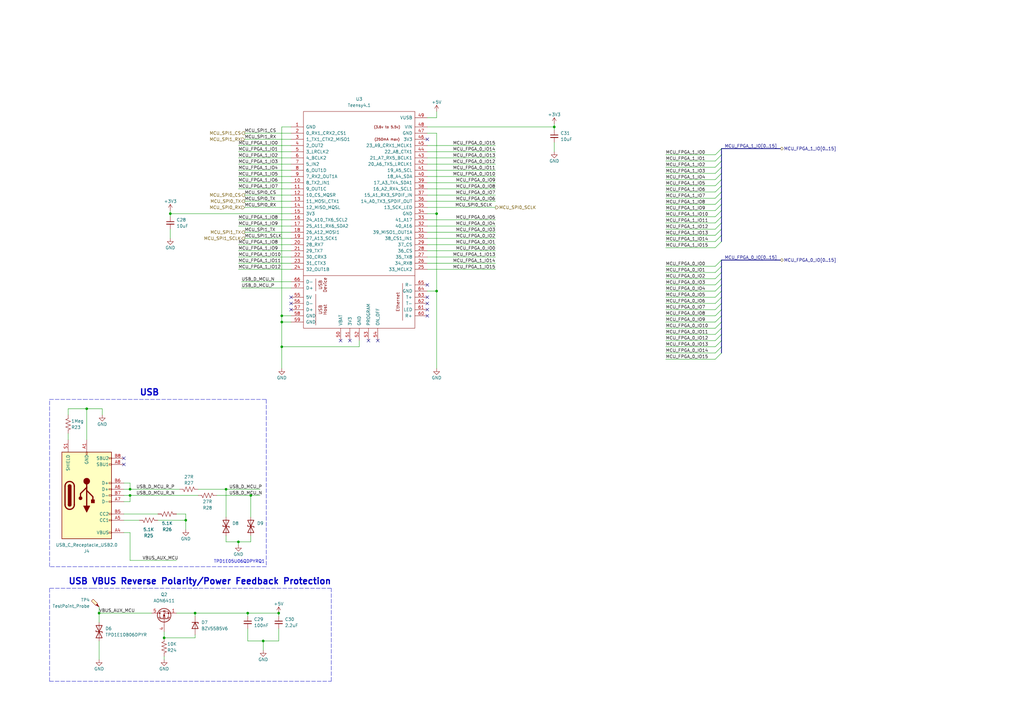
<source format=kicad_sch>
(kicad_sch (version 20211123) (generator eeschema)
  (paper "A3")
  (title_block (title "Teensy 4.1 MCU") (date "2023-03-07") (rev "A") (comment 1 "Designed by DragonEnjoyer :3"))
  (lib_symbols
    (symbol "Connector:TestPoint_Probe" (pin_numbers hide) (pin_names (offset 0.762) hide)
      (property "Reference" "TP" (at 1.651 5.842 0))
      (property "Value" "TestPoint_Probe" (at 1.651 4.064 0))
      (symbol "TestPoint_Probe_0_1"
        (polyline (pts (xy 1.27 0.762) (xy 0 0) (xy 0.762 1.27) (xy 1.27 0.762)) (fill (type outline)))
        (polyline (pts (xy 1.397 0.635) (xy 0.635 1.397) (xy 2.413 3.175) (xy 3.175 2.413) (xy 1.397 0.635)) (fill (type background)))
      )
      (symbol "TestPoint_Probe_1_1"
        (pin passive line (at 0 0 90) (length 0) (name "1") (number "1"))
      )
    )
    (symbol "Connector:USB_C_Receptacle_USB2.0" (pin_names (offset 1.016))
      (property "Reference" "J" (at -10.16 19.05 0))
      (property "Value" "USB_C_Receptacle_USB2.0" (at 19.05 19.05 0))
      (symbol "USB_C_Receptacle_USB2.0_0_0"
        (rectangle (start -0.254 -17.78) (end 0.254 -16.764))
        (rectangle (start 10.16 -14.986) (end 9.144 -15.494))
        (rectangle (start 10.16 -12.446) (end 9.144 -12.954))
        (rectangle (start 10.16 -4.826) (end 9.144 -5.334))
        (rectangle (start 10.16 -2.286) (end 9.144 -2.794))
        (rectangle (start 10.16 0.254) (end 9.144 -0.254))
        (rectangle (start 10.16 2.794) (end 9.144 2.286))
        (rectangle (start 10.16 7.874) (end 9.144 7.366))
        (rectangle (start 10.16 10.414) (end 9.144 9.906))
        (rectangle (start 10.16 15.494) (end 9.144 14.986))
      )
      (symbol "USB_C_Receptacle_USB2.0_0_1"
        (rectangle (start -10.16 17.78) (end 10.16 -17.78) (stroke (width 0.254)) (fill (type background)))
        (arc (start -8.89 -3.81) (mid -6.985 -5.715) (end -5.08 -3.81) (stroke (width 0.508)))
        (arc (start -7.62 -3.81) (mid -6.985 -4.445) (end -6.35 -3.81) (stroke (width 0.254)))
        (arc (start -7.62 -3.81) (mid -6.985 -4.445) (end -6.35 -3.81) (stroke (width 0.254)) (fill (type outline)))
        (rectangle (start -7.62 -3.81) (end -6.35 3.81) (stroke (width 0.254)) (fill (type outline)))
        (arc (start -6.35 3.81) (mid -6.985 4.445) (end -7.62 3.81) (stroke (width 0.254)))
        (arc (start -6.35 3.81) (mid -6.985 4.445) (end -7.62 3.81) (stroke (width 0.254)) (fill (type outline)))
        (arc (start -5.08 3.81) (mid -6.985 5.715) (end -8.89 3.81) (stroke (width 0.508)))
        (circle (center -2.54 1.143) (radius 0.635) (stroke (width 0.254)) (fill (type outline)))
        (circle (center 0 -5.842) (radius 1.27) (fill (type outline)))
        (polyline (pts (xy -8.89 -3.81) (xy -8.89 3.81)) (stroke (width 0.508)))
        (polyline (pts (xy -5.08 3.81) (xy -5.08 -3.81)) (stroke (width 0.508)))
        (polyline (pts (xy 0 -5.842) (xy 0 4.318)) (stroke (width 0.508)))
        (polyline (pts (xy 0 -3.302) (xy -2.54 -0.762) (xy -2.54 0.508)) (stroke (width 0.508)))
        (polyline (pts (xy 0 -2.032) (xy 2.54 0.508) (xy 2.54 1.778)) (stroke (width 0.508)))
        (polyline (pts (xy -1.27 4.318) (xy 0 6.858) (xy 1.27 4.318) (xy -1.27 4.318)) (stroke (width 0.254)) (fill (type outline)))
        (rectangle (start 1.905 1.778) (end 3.175 3.048) (stroke (width 0.254)) (fill (type outline)))
      )
      (symbol "USB_C_Receptacle_USB2.0_1_1"
        (pin passive line (at 0 -22.86 90) (length 5.08) (name "GND") (number "A1"))
        (pin passive line (at 0 -22.86 90) (length 5.08) hide (name "GND") (number "A12"))
        (pin passive line (at 15.24 15.24 180) (length 5.08) (name "VBUS") (number "A4"))
        (pin bidirectional line (at 15.24 10.16 180) (length 5.08) (name "CC1") (number "A5"))
        (pin bidirectional line (at 15.24 -2.54 180) (length 5.08) (name "D+") (number "A6"))
        (pin bidirectional line (at 15.24 2.54 180) (length 5.08) (name "D-") (number "A7"))
        (pin bidirectional line (at 15.24 -12.7 180) (length 5.08) (name "SBU1") (number "A8"))
        (pin passive line (at 15.24 15.24 180) (length 5.08) hide (name "VBUS") (number "A9"))
        (pin passive line (at 0 -22.86 90) (length 5.08) hide (name "GND") (number "B1"))
        (pin passive line (at 0 -22.86 90) (length 5.08) hide (name "GND") (number "B12"))
        (pin passive line (at 15.24 15.24 180) (length 5.08) hide (name "VBUS") (number "B4"))
        (pin bidirectional line (at 15.24 7.62 180) (length 5.08) (name "CC2") (number "B5"))
        (pin bidirectional line (at 15.24 -5.08 180) (length 5.08) (name "D+") (number "B6"))
        (pin bidirectional line (at 15.24 0 180) (length 5.08) (name "D-") (number "B7"))
        (pin bidirectional line (at 15.24 -15.24 180) (length 5.08) (name "SBU2") (number "B8"))
        (pin passive line (at 15.24 15.24 180) (length 5.08) hide (name "VBUS") (number "B9"))
        (pin passive line (at -7.62 -22.86 90) (length 5.08) (name "SHIELD") (number "S1"))
      )
    )
    (symbol "Device:C_Small" (pin_numbers hide) (pin_names (offset 0.254) hide)
      (property "Reference" "C" (at 0.254 1.778 0))
      (property "Value" "C_Small" (at 0.254 -2.032 0))
      (symbol "C_Small_0_1"
        (polyline (pts (xy -1.524 -0.508) (xy 1.524 -0.508)) (stroke (width 0.3302)))
        (polyline (pts (xy -1.524 0.508) (xy 1.524 0.508)) (stroke (width 0.3048)))
      )
      (symbol "C_Small_1_1"
        (pin passive line (at 0 2.54 270) (length 2.032) (name "~") (number "1"))
        (pin passive line (at 0 -2.54 90) (length 2.032) (name "~") (number "2"))
      )
    )
    (symbol "Device:D_TVS" (pin_numbers hide) (pin_names (offset 1.016) hide)
      (property "Reference" "D" (at 0 2.54 0))
      (property "Value" "D_TVS" (at 0 -2.54 0))
      (symbol "D_TVS_0_1"
        (polyline (pts (xy 1.27 0) (xy -1.27 0)))
        (polyline (pts (xy 0.508 1.27) (xy 0 1.27) (xy 0 -1.27) (xy -0.508 -1.27)) (stroke (width 0.254)))
        (polyline (pts (xy -2.54 1.27) (xy -2.54 -1.27) (xy 2.54 1.27) (xy 2.54 -1.27) (xy -2.54 1.27)) (stroke (width 0.254)))
      )
      (symbol "D_TVS_1_1"
        (pin passive line (at -3.81 0 0) (length 2.54) (name "A1") (number "1"))
        (pin passive line (at 3.81 0 180) (length 2.54) (name "A2") (number "2"))
      )
    )
    (symbol "Device:R_US" (pin_numbers hide) (pin_names (offset 0))
      (property "Reference" "R" (at 2.54 0 90))
      (property "Value" "R_US" (at -2.54 0 90))
      (symbol "R_US_0_1"
        (polyline (pts (xy 0 -2.286) (xy 0 -2.54)))
        (polyline (pts (xy 0 2.286) (xy 0 2.54)))
        (polyline (pts (xy 0 -0.762) (xy 1.016 -1.143) (xy 0 -1.524) (xy -1.016 -1.905) (xy 0 -2.286)))
        (polyline (pts (xy 0 0.762) (xy 1.016 0.381) (xy 0 0) (xy -1.016 -0.381) (xy 0 -0.762)))
        (polyline (pts (xy 0 2.286) (xy 1.016 1.905) (xy 0 1.524) (xy -1.016 1.143) (xy 0 0.762)))
      )
      (symbol "R_US_1_1"
        (pin passive line (at 0 3.81 270) (length 1.27) (name "~") (number "1"))
        (pin passive line (at 0 -3.81 90) (length 1.27) (name "~") (number "2"))
      )
    )
    (symbol "Diode:BZV55B5V6" (pin_numbers hide) (pin_names hide)
      (property "Reference" "D" (at 0 2.54 0))
      (property "Value" "BZV55B5V6" (at 0 -2.54 0))
      (symbol "BZV55B5V6_0_1"
        (polyline (pts (xy 1.27 0) (xy -1.27 0)))
        (polyline (pts (xy -1.27 -1.27) (xy -1.27 1.27) (xy -0.762 1.27)) (stroke (width 0.254)))
        (polyline (pts (xy 1.27 -1.27) (xy 1.27 1.27) (xy -1.27 0) (xy 1.27 -1.27)) (stroke (width 0.254)))
      )
      (symbol "BZV55B5V6_1_1"
        (pin passive line (at -3.81 0 0) (length 2.54) (name "K") (number "1"))
        (pin passive line (at 3.81 0 180) (length 2.54) (name "A") (number "2"))
      )
    )
    (symbol "Transistor_FET:AON6411" (pin_names hide)
      (property "Reference" "Q" (at 5.08 1.905 0))
      (property "Value" "AON6411" (at 5.08 0 0))
      (symbol "AON6411_0_1"
        (polyline (pts (xy 0.254 0) (xy -2.54 0)))
        (polyline (pts (xy 0.254 1.905) (xy 0.254 -1.905)) (stroke (width 0.254)))
        (polyline (pts (xy 0.762 -1.27) (xy 0.762 -2.286)) (stroke (width 0.254)))
        (polyline (pts (xy 0.762 0.508) (xy 0.762 -0.508)) (stroke (width 0.254)))
        (polyline (pts (xy 0.762 2.286) (xy 0.762 1.27)) (stroke (width 0.254)))
        (polyline (pts (xy 2.54 2.54) (xy 2.54 1.778)))
        (polyline (pts (xy 2.54 -2.54) (xy 2.54 0) (xy 0.762 0)))
        (polyline (pts (xy 0.762 1.778) (xy 3.302 1.778) (xy 3.302 -1.778) (xy 0.762 -1.778)))
        (polyline (pts (xy 2.286 0) (xy 1.27 0.381) (xy 1.27 -0.381) (xy 2.286 0)) (fill (type outline)))
        (polyline (pts (xy 2.794 -0.508) (xy 2.921 -0.381) (xy 3.683 -0.381) (xy 3.81 -0.254)))
        (polyline (pts (xy 3.302 -0.381) (xy 2.921 0.254) (xy 3.683 0.254) (xy 3.302 -0.381)))
        (circle (center 1.651 0) (radius 2.794) (stroke (width 0.254)))
        (circle (center 2.54 -1.778) (radius 0.254) (fill (type outline)))
        (circle (center 2.54 1.778) (radius 0.254) (fill (type outline)))
      )
      (symbol "AON6411_1_1"
        (pin passive line (at 2.54 -5.08 90) (length 2.54) (name "S") (number "1"))
        (pin passive line (at 2.54 -5.08 90) (length 2.54) hide (name "S") (number "2"))
        (pin passive line (at 2.54 -5.08 90) (length 2.54) hide (name "S") (number "3"))
        (pin input line (at -5.08 0 0) (length 2.54) (name "G") (number "4"))
        (pin passive line (at 2.54 5.08 270) (length 2.54) (name "D") (number "5"))
      )
    )
    (symbol "power:+3V3" (power) (pin_names (offset 0))
      (property "Value" "+3V3" (at 0 3.556 0))
      (symbol "+3V3_0_1"
        (polyline (pts (xy -0.762 1.27) (xy 0 2.54)))
        (polyline (pts (xy 0 0) (xy 0 2.54)))
        (polyline (pts (xy 0 2.54) (xy 0.762 1.27)))
      )
      (symbol "+3V3_1_1"
        (pin power_in line (at 0 0 90) (length 0) hide (name "+3V3") (number "1"))
      )
    )
    (symbol "power:+5V" (power) (pin_names (offset 0))
      (property "Value" "+5V" (at 0 3.556 0))
      (symbol "+5V_0_1"
        (polyline (pts (xy -0.762 1.27) (xy 0 2.54)))
        (polyline (pts (xy 0 0) (xy 0 2.54)))
        (polyline (pts (xy 0 2.54) (xy 0.762 1.27)))
      )
      (symbol "+5V_1_1"
        (pin power_in line (at 0 0 90) (length 0) hide (name "+5V") (number "1"))
      )
    )
    (symbol "power:GND" (power) (pin_names (offset 0))
      (property "Value" "GND" (at 0 -3.81 0))
      (symbol "GND_0_1"
        (polyline (pts (xy 0 0) (xy 0 -1.27) (xy 1.27 -1.27) (xy 0 -2.54) (xy -1.27 -1.27) (xy 0 -1.27)))
      )
      (symbol "GND_1_1"
        (pin power_in line (at 0 0 270) (length 0) hide (name "GND") (number "1"))
      )
    )
    (symbol "teensy:Teensy4.1" (pin_names (offset 1.016))
      (property "Reference" "U" (at 0 64.77 0))
      (property "Value" "Teensy4.1" (at 0 62.23 0))
      (symbol "Teensy4.1_0_0"
        (polyline (pts (xy -22.86 -6.35) (xy 22.86 -6.35)))
        (polyline (pts (xy -17.78 -26.67) (xy -17.78 -13.97)))
        (polyline (pts (xy -17.78 -7.62) (xy -17.78 -12.7)))
        (polyline (pts (xy 17.78 -9.525) (xy 17.78 -24.765)))
        (text "(250mA max)" (at 11.43 49.53 0) (effects (font (size 1.016 1.016))))
        (text "(3.6v to 5.5v)" (at 11.43 54.61 0) (effects (font (size 1.016 1.016))))
        (text "Device" (at -13.97 -10.16 900) (effects (font (size 1.27 1.27))))
        (text "Ethernet" (at 15.875 -17.145 900) (effects (font (size 1.27 1.27))))
        (text "Host" (at -13.97 -20.32 900) (effects (font (size 1.27 1.27))))
        (text "USB" (at -15.875 -20.32 900) (effects (font (size 1.27 1.27))))
        (text "USB" (at -15.875 -10.16 900) (effects (font (size 1.27 1.27))))
        (pin bidirectional line (at -27.94 31.75 0) (length 5.08) (name "8_TX2_IN1") (number "10"))
        (pin bidirectional line (at -27.94 29.21 0) (length 5.08) (name "9_OUT1C") (number "11"))
        (pin bidirectional line (at -27.94 26.67 0) (length 5.08) (name "10_CS_MQSR") (number "12"))
        (pin bidirectional line (at -27.94 24.13 0) (length 5.08) (name "11_MOSI_CTX1") (number "13"))
        (pin bidirectional line (at -27.94 21.59 0) (length 5.08) (name "12_MISO_MQSL") (number "14"))
        (pin power_in line (at -27.94 19.05 0) (length 5.08) (name "3V3") (number "15"))
        (pin bidirectional line (at -27.94 16.51 0) (length 5.08) (name "24_A10_TX6_SCL2") (number "16"))
        (pin bidirectional line (at -27.94 13.97 0) (length 5.08) (name "25_A11_RX6_SDA2") (number "17"))
        (pin bidirectional line (at -27.94 11.43 0) (length 5.08) (name "26_A12_MOSI1") (number "18"))
        (pin bidirectional line (at -27.94 8.89 0) (length 5.08) (name "27_A13_SCK1") (number "19"))
        (pin bidirectional line (at -27.94 6.35 0) (length 5.08) (name "28_RX7") (number "20"))
        (pin bidirectional line (at -27.94 3.81 0) (length 5.08) (name "29_TX7") (number "21"))
        (pin bidirectional line (at -27.94 1.27 0) (length 5.08) (name "30_CRX3") (number "22"))
        (pin bidirectional line (at -27.94 -1.27 0) (length 5.08) (name "31_CTX3") (number "23"))
        (pin bidirectional line (at -27.94 -3.81 0) (length 5.08) (name "32_OUT1B") (number "24"))
        (pin bidirectional line (at 27.94 -3.81 180) (length 5.08) (name "33_MCLK2") (number "25"))
        (pin bidirectional line (at 27.94 -1.27 180) (length 5.08) (name "34_RX8") (number "26"))
        (pin bidirectional line (at 27.94 1.27 180) (length 5.08) (name "35_TX8") (number "27"))
        (pin bidirectional line (at 27.94 3.81 180) (length 5.08) (name "36_CS") (number "28"))
        (pin bidirectional line (at 27.94 6.35 180) (length 5.08) (name "37_CS") (number "29"))
        (pin bidirectional line (at 27.94 8.89 180) (length 5.08) (name "38_CS1_IN1") (number "30"))
        (pin bidirectional line (at 27.94 11.43 180) (length 5.08) (name "39_MISO1_OUT1A") (number "31"))
        (pin bidirectional line (at 27.94 13.97 180) (length 5.08) (name "40_A16") (number "32"))
        (pin bidirectional line (at 27.94 16.51 180) (length 5.08) (name "41_A17") (number "33"))
        (pin bidirectional line (at 27.94 21.59 180) (length 5.08) (name "13_SCK_LED") (number "35"))
        (pin bidirectional line (at 27.94 24.13 180) (length 5.08) (name "14_A0_TX3_SPDIF_OUT") (number "36"))
        (pin bidirectional line (at 27.94 26.67 180) (length 5.08) (name "15_A1_RX3_SPDIF_IN") (number "37"))
        (pin bidirectional line (at 27.94 29.21 180) (length 5.08) (name "16_A2_RX4_SCL1") (number "38"))
        (pin bidirectional line (at 27.94 31.75 180) (length 5.08) (name "17_A3_TX4_SDA1") (number "39"))
        (pin bidirectional line (at 27.94 34.29 180) (length 5.08) (name "18_A4_SDA") (number "40"))
        (pin bidirectional line (at 27.94 36.83 180) (length 5.08) (name "19_A5_SCL") (number "41"))
        (pin bidirectional line (at 27.94 39.37 180) (length 5.08) (name "20_A6_TX5_LRCLK1") (number "42"))
        (pin bidirectional line (at 27.94 41.91 180) (length 5.08) (name "21_A7_RX5_BCLK1") (number "43"))
        (pin bidirectional line (at 27.94 44.45 180) (length 5.08) (name "22_A8_CTX1") (number "44"))
        (pin bidirectional line (at 27.94 46.99 180) (length 5.08) (name "23_A9_CRX1_MCLK1") (number "45"))
        (pin output line (at 27.94 49.53 180) (length 5.08) (name "3V3") (number "46"))
        (pin output line (at 27.94 52.07 180) (length 5.08) (name "GND") (number "47"))
        (pin power_in line (at 27.94 54.61 180) (length 5.08) (name "VIN") (number "48"))
        (pin power_out line (at 27.94 58.42 180) (length 5.08) (name "VUSB") (number "49"))
        (pin bidirectional line (at -27.94 44.45 0) (length 5.08) (name "3_LRCLK2") (number "5"))
        (pin power_in line (at -7.62 -33.02 90) (length 5.08) (name "VBAT") (number "50"))
        (pin power_in line (at -3.81 -33.02 90) (length 5.08) (name "3V3") (number "51"))
        (pin input line (at 0 -33.02 90) (length 5.08) (name "GND") (number "52"))
        (pin input line (at 3.81 -33.02 90) (length 5.08) (name "PROGRAM") (number "53"))
        (pin input line (at 7.62 -33.02 90) (length 5.08) (name "ON_OFF") (number "54"))
        (pin power_out line (at -27.94 -15.24 0) (length 5.08) (name "5V") (number "55"))
        (pin bidirectional line (at -27.94 -17.78 0) (length 5.08) (name "D-") (number "56"))
        (pin bidirectional line (at -27.94 -20.32 0) (length 5.08) (name "D+") (number "57"))
        (pin power_in line (at -27.94 -22.86 0) (length 5.08) (name "GND") (number "58"))
        (pin power_in line (at -27.94 -25.4 0) (length 5.08) (name "GND") (number "59"))
        (pin bidirectional line (at -27.94 41.91 0) (length 5.08) (name "4_BCLK2") (number "6"))
        (pin bidirectional line (at 27.94 -22.86 180) (length 5.08) (name "R+") (number "60"))
        (pin bidirectional line (at 27.94 -20.32 180) (length 5.08) (name "LED") (number "61"))
        (pin bidirectional line (at 27.94 -17.78 180) (length 5.08) (name "T-") (number "62"))
        (pin bidirectional line (at 27.94 -15.24 180) (length 5.08) (name "T+") (number "63"))
        (pin power_in line (at 27.94 -12.7 180) (length 5.08) (name "GND") (number "64"))
        (pin bidirectional line (at 27.94 -10.16 180) (length 5.08) (name "R-") (number "65"))
        (pin bidirectional line (at -27.94 -8.89 0) (length 5.08) (name "D-") (number "66"))
        (pin bidirectional line (at -27.94 -11.43 0) (length 5.08) (name "D+") (number "67"))
        (pin bidirectional line (at -27.94 39.37 0) (length 5.08) (name "5_IN2") (number "7"))
        (pin bidirectional line (at -27.94 36.83 0) (length 5.08) (name "6_OUT1D") (number "8"))
        (pin bidirectional line (at -27.94 34.29 0) (length 5.08) (name "7_RX2_OUT1A") (number "9"))
      )
      (symbol "Teensy4.1_0_1"
        (rectangle (start -22.86 60.96) (end 22.86 -27.94))
        (rectangle (start -20.32 -1.27) (end -20.32 -1.27))
      )
      (symbol "Teensy4.1_1_1"
        (pin power_in line (at -27.94 54.61 0) (length 5.08) (name "GND") (number "1"))
        (pin bidirectional line (at -27.94 52.07 0) (length 5.08) (name "0_RX1_CRX2_CS1") (number "2"))
        (pin bidirectional line (at -27.94 49.53 0) (length 5.08) (name "1_TX1_CTX2_MISO1") (number "3"))
        (pin power_in line (at 27.94 19.05 180) (length 5.08) (name "GND") (number "34"))
        (pin bidirectional line (at -27.94 46.99 0) (length 5.08) (name "2_OUT2") (number "4"))
      )
    )
  )
  (junction (at 179.07 119.38))
  (junction (at 53.34 200.66))
  (junction (at 107.95 262.89))
  (junction (at 92.71 200.66))
  (junction (at 97.79 222.25))
  (junction (at 115.57 142.24))
  (junction (at 179.07 87.63))
  (junction (at 76.2 213.36))
  (junction (at 101.6 251.46))
  (junction (at 69.85 87.63))
  (junction (at 102.87 203.2))
  (junction (at 115.57 129.54))
  (junction (at 53.34 203.2))
  (junction (at 80.01 251.46))
  (junction (at 35.56 167.64))
  (junction (at 40.64 251.46))
  (junction (at 115.57 132.08))
  (junction (at 67.31 261.62))
  (junction (at 114.3 251.46))
  (junction (at 227.33 52.07))
  (no_connect (at 119.38 127))
  (no_connect (at 119.38 124.46))
  (no_connect (at 175.26 127))
  (no_connect (at 175.26 121.92))
  (no_connect (at 151.13 139.7))
  (no_connect (at 139.7 139.7))
  (no_connect (at 175.26 57.15))
  (no_connect (at 50.8 187.96))
  (no_connect (at 143.51 139.7))
  (no_connect (at 175.26 116.84))
  (no_connect (at 50.8 190.5))
  (no_connect (at 119.38 121.92))
  (no_connect (at 175.26 124.46))
  (no_connect (at 154.94 139.7))
  (no_connect (at 175.26 129.54))
  (bus_entry (at 293.37 139.7) (size 2.54 -2.54))
  (bus_entry (at 293.37 88.9) (size 2.54 -2.54))
  (bus_entry (at 293.37 124.46) (size 2.54 -2.54))
  (bus_entry (at 293.37 96.52) (size 2.54 -2.54))
  (bus_entry (at 293.37 81.28) (size 2.54 -2.54))
  (bus_entry (at 293.37 129.54) (size 2.54 -2.54))
  (bus_entry (at 293.37 111.76) (size 2.54 -2.54))
  (bus_entry (at 293.37 142.24) (size 2.54 -2.54))
  (bus_entry (at 293.37 83.82) (size 2.54 -2.54))
  (bus_entry (at 293.37 93.98) (size 2.54 -2.54))
  (bus_entry (at 293.37 68.58) (size 2.54 -2.54))
  (bus_entry (at 293.37 99.06) (size 2.54 -2.54))
  (bus_entry (at 293.37 144.78) (size 2.54 -2.54))
  (bus_entry (at 293.37 101.6) (size 2.54 -2.54))
  (bus_entry (at 293.37 63.5) (size 2.54 -2.54))
  (bus_entry (at 293.37 91.44) (size 2.54 -2.54))
  (bus_entry (at 293.37 71.12) (size 2.54 -2.54))
  (bus_entry (at 293.37 73.66) (size 2.54 -2.54))
  (bus_entry (at 293.37 127) (size 2.54 -2.54))
  (bus_entry (at 293.37 137.16) (size 2.54 -2.54))
  (bus_entry (at 293.37 78.74) (size 2.54 -2.54))
  (bus_entry (at 293.37 119.38) (size 2.54 -2.54))
  (bus_entry (at 293.37 121.92) (size 2.54 -2.54))
  (bus_entry (at 293.37 109.22) (size 2.54 -2.54))
  (bus_entry (at 293.37 66.04) (size 2.54 -2.54))
  (bus_entry (at 293.37 86.36) (size 2.54 -2.54))
  (bus_entry (at 293.37 76.2) (size 2.54 -2.54))
  (bus_entry (at 293.37 132.08) (size 2.54 -2.54))
  (bus_entry (at 293.37 114.3) (size 2.54 -2.54))
  (bus_entry (at 293.37 116.84) (size 2.54 -2.54))
  (bus_entry (at 293.37 134.62) (size 2.54 -2.54))
  (bus_entry (at 293.37 147.32) (size 2.54 -2.54))
  (wire (pts (xy 27.94 167.64) (xy 27.94 170.18)))
  (wire (pts (xy 80.01 261.62) (xy 67.31 261.62)))
  (wire (pts (xy 115.57 132.08) (xy 115.57 142.24)))
  (bus (pts (xy 295.91 137.16) (xy 295.91 134.62)))
  (wire (pts (xy 175.26 82.55) (xy 203.2 82.55)))
  (wire (pts (xy 147.32 139.7) (xy 147.32 142.24)))
  (bus (pts (xy 295.91 63.5) (xy 295.91 60.96)))
  (wire (pts (xy 273.05 86.36) (xy 293.37 86.36)))
  (wire (pts (xy 175.26 85.09) (xy 203.2 85.09)))
  (wire (pts (xy 107.95 262.89) (xy 114.3 262.89)))
  (wire (pts (xy 175.26 95.25) (xy 203.2 95.25)))
  (bus (pts (xy 295.91 81.28) (xy 295.91 78.74)))
  (wire (pts (xy 115.57 142.24) (xy 115.57 151.13)))
  (wire (pts (xy 273.05 91.44) (xy 293.37 91.44)))
  (wire (pts (xy 35.56 167.64) (xy 35.56 180.34)))
  (wire (pts (xy 227.33 52.07) (xy 227.33 53.34)))
  (wire (pts (xy 100.33 97.79) (xy 119.38 97.79)))
  (wire (pts (xy 53.34 200.66) (xy 73.66 200.66)))
  (wire (pts (xy 97.79 64.77) (xy 119.38 64.77)))
  (polyline (pts (xy 135.89 241.3) (xy 38.1 241.3)))
  (wire (pts (xy 92.71 200.66) (xy 92.71 212.09)))
  (wire (pts (xy 97.79 105.41) (xy 119.38 105.41)))
  (wire (pts (xy 175.26 87.63) (xy 179.07 87.63)))
  (bus (pts (xy 295.91 91.44) (xy 295.91 88.9)))
  (wire (pts (xy 273.05 78.74) (xy 293.37 78.74)))
  (wire (pts (xy 273.05 129.54) (xy 293.37 129.54)))
  (bus (pts (xy 295.91 66.04) (xy 295.91 63.5)))
  (bus (pts (xy 295.91 78.74) (xy 295.91 76.2)))
  (wire (pts (xy 80.01 251.46) (xy 80.01 252.73)))
  (wire (pts (xy 273.05 147.32) (xy 293.37 147.32)))
  (wire (pts (xy 179.07 54.61) (xy 179.07 87.63)))
  (wire (pts (xy 175.26 77.47) (xy 203.2 77.47)))
  (wire (pts (xy 72.39 210.82) (xy 76.2 210.82)))
  (wire (pts (xy 273.05 93.98) (xy 293.37 93.98)))
  (wire (pts (xy 40.64 248.92) (xy 40.64 251.46)))
  (bus (pts (xy 295.91 109.22) (xy 295.91 106.68)))
  (wire (pts (xy 175.26 107.95) (xy 203.2 107.95)))
  (bus (pts (xy 295.91 88.9) (xy 295.91 86.36)))
  (wire (pts (xy 175.26 52.07) (xy 227.33 52.07)))
  (wire (pts (xy 92.71 200.66) (xy 106.68 200.66)))
  (polyline (pts (xy 135.89 279.4) (xy 135.89 241.3)))
  (wire (pts (xy 69.85 93.98) (xy 69.85 97.79)))
  (bus (pts (xy 295.91 86.36) (xy 295.91 83.82)))
  (wire (pts (xy 273.05 99.06) (xy 293.37 99.06)))
  (wire (pts (xy 101.6 251.46) (xy 101.6 252.73)))
  (polyline (pts (xy 109.22 232.41) (xy 20.32 232.41)))
  (wire (pts (xy 80.01 251.46) (xy 101.6 251.46)))
  (wire (pts (xy 50.8 205.74) (xy 53.34 205.74)))
  (wire (pts (xy 273.05 96.52) (xy 293.37 96.52)))
  (wire (pts (xy 273.05 73.66) (xy 293.37 73.66)))
  (bus (pts (xy 295.91 73.66) (xy 295.91 71.12)))
  (wire (pts (xy 273.05 111.76) (xy 293.37 111.76)))
  (bus (pts (xy 295.91 139.7) (xy 295.91 137.16)))
  (wire (pts (xy 69.85 86.36) (xy 69.85 87.63)))
  (wire (pts (xy 175.26 62.23) (xy 203.2 62.23)))
  (wire (pts (xy 114.3 251.46) (xy 114.3 252.73)))
  (wire (pts (xy 273.05 124.46) (xy 293.37 124.46)))
  (wire (pts (xy 81.28 200.66) (xy 92.71 200.66)))
  (wire (pts (xy 175.26 110.49) (xy 203.2 110.49)))
  (wire (pts (xy 119.38 52.07) (xy 115.57 52.07)))
  (wire (pts (xy 50.8 200.66) (xy 53.34 200.66)))
  (wire (pts (xy 175.26 102.87) (xy 203.2 102.87)))
  (bus (pts (xy 295.91 111.76) (xy 295.91 109.22)))
  (bus (pts (xy 295.91 116.84) (xy 295.91 114.3)))
  (wire (pts (xy 99.06 118.11) (xy 119.38 118.11)))
  (wire (pts (xy 53.34 200.66) (xy 53.34 198.12)))
  (wire (pts (xy 53.34 218.44) (xy 53.34 229.87)))
  (wire (pts (xy 273.05 119.38) (xy 293.37 119.38)))
  (wire (pts (xy 175.26 67.31) (xy 203.2 67.31)))
  (wire (pts (xy 97.79 72.39) (xy 119.38 72.39)))
  (wire (pts (xy 273.05 83.82) (xy 293.37 83.82)))
  (wire (pts (xy 100.33 82.55) (xy 119.38 82.55)))
  (wire (pts (xy 50.8 203.2) (xy 53.34 203.2)))
  (wire (pts (xy 50.8 198.12) (xy 53.34 198.12)))
  (wire (pts (xy 53.34 229.87) (xy 72.39 229.87)))
  (wire (pts (xy 69.85 87.63) (xy 69.85 88.9)))
  (bus (pts (xy 295.91 93.98) (xy 295.91 91.44)))
  (wire (pts (xy 273.05 66.04) (xy 293.37 66.04)))
  (polyline (pts (xy 34.29 163.83) (xy 109.22 163.83)))
  (wire (pts (xy 35.56 167.64) (xy 41.91 167.64)))
  (wire (pts (xy 101.6 257.81) (xy 101.6 262.89)))
  (wire (pts (xy 97.79 59.69) (xy 119.38 59.69)))
  (bus (pts (xy 295.91 119.38) (xy 295.91 116.84)))
  (polyline (pts (xy 109.22 163.83) (xy 109.22 232.41)))
  (wire (pts (xy 50.8 213.36) (xy 57.15 213.36)))
  (wire (pts (xy 97.79 92.71) (xy 119.38 92.71)))
  (wire (pts (xy 76.2 213.36) (xy 76.2 210.82)))
  (wire (pts (xy 175.26 72.39) (xy 203.2 72.39)))
  (wire (pts (xy 179.07 119.38) (xy 179.07 151.13)))
  (bus (pts (xy 295.91 76.2) (xy 295.91 73.66)))
  (wire (pts (xy 273.05 139.7) (xy 293.37 139.7)))
  (wire (pts (xy 175.26 90.17) (xy 203.2 90.17)))
  (wire (pts (xy 175.26 100.33) (xy 203.2 100.33)))
  (wire (pts (xy 40.64 251.46) (xy 40.64 255.27)))
  (wire (pts (xy 273.05 109.22) (xy 293.37 109.22)))
  (bus (pts (xy 295.91 114.3) (xy 295.91 111.76)))
  (wire (pts (xy 273.05 68.58) (xy 293.37 68.58)))
  (wire (pts (xy 273.05 134.62) (xy 293.37 134.62)))
  (wire (pts (xy 97.79 222.25) (xy 92.71 222.25)))
  (wire (pts (xy 175.26 69.85) (xy 203.2 69.85)))
  (wire (pts (xy 50.8 218.44) (xy 53.34 218.44)))
  (wire (pts (xy 100.33 80.01) (xy 119.38 80.01)))
  (wire (pts (xy 97.79 69.85) (xy 119.38 69.85)))
  (wire (pts (xy 97.79 67.31) (xy 119.38 67.31)))
  (wire (pts (xy 273.05 81.28) (xy 293.37 81.28)))
  (wire (pts (xy 115.57 129.54) (xy 115.57 132.08)))
  (wire (pts (xy 97.79 77.47) (xy 119.38 77.47)))
  (wire (pts (xy 53.34 205.74) (xy 53.34 203.2)))
  (wire (pts (xy 175.26 74.93) (xy 203.2 74.93)))
  (wire (pts (xy 76.2 213.36) (xy 76.2 217.17)))
  (wire (pts (xy 41.91 167.64) (xy 41.91 170.18)))
  (wire (pts (xy 175.26 80.01) (xy 203.2 80.01)))
  (wire (pts (xy 80.01 260.35) (xy 80.01 261.62)))
  (wire (pts (xy 115.57 132.08) (xy 119.38 132.08)))
  (polyline (pts (xy 20.32 163.83) (xy 34.29 163.83)))
  (wire (pts (xy 27.94 177.8) (xy 27.94 180.34)))
  (wire (pts (xy 97.79 107.95) (xy 119.38 107.95)))
  (wire (pts (xy 175.26 105.41) (xy 203.2 105.41)))
  (bus (pts (xy 295.91 68.58) (xy 295.91 66.04)))
  (wire (pts (xy 115.57 52.07) (xy 115.57 129.54)))
  (wire (pts (xy 273.05 88.9) (xy 293.37 88.9)))
  (wire (pts (xy 175.26 119.38) (xy 179.07 119.38)))
  (wire (pts (xy 273.05 76.2) (xy 293.37 76.2)))
  (wire (pts (xy 179.07 48.26) (xy 179.07 45.72)))
  (wire (pts (xy 99.06 115.57) (xy 119.38 115.57)))
  (wire (pts (xy 273.05 121.92) (xy 293.37 121.92)))
  (bus (pts (xy 295.91 144.78) (xy 295.91 142.24)))
  (wire (pts (xy 97.79 102.87) (xy 119.38 102.87)))
  (wire (pts (xy 102.87 222.25) (xy 97.79 222.25)))
  (wire (pts (xy 273.05 137.16) (xy 293.37 137.16)))
  (wire (pts (xy 27.94 167.64) (xy 35.56 167.64)))
  (wire (pts (xy 72.39 251.46) (xy 80.01 251.46)))
  (wire (pts (xy 69.85 87.63) (xy 119.38 87.63)))
  (wire (pts (xy 175.26 48.26) (xy 179.07 48.26)))
  (wire (pts (xy 175.26 59.69) (xy 203.2 59.69)))
  (polyline (pts (xy 20.32 279.4) (xy 135.89 279.4)))
  (bus (pts (xy 295.91 99.06) (xy 295.91 96.52)))
  (wire (pts (xy 67.31 269.24) (xy 67.31 270.51)))
  (bus (pts (xy 295.91 132.08) (xy 295.91 129.54)))
  (wire (pts (xy 100.33 54.61) (xy 119.38 54.61)))
  (wire (pts (xy 175.26 54.61) (xy 179.07 54.61)))
  (wire (pts (xy 227.33 50.8) (xy 227.33 52.07)))
  (wire (pts (xy 115.57 129.54) (xy 119.38 129.54)))
  (wire (pts (xy 101.6 251.46) (xy 114.3 251.46)))
  (wire (pts (xy 107.95 262.89) (xy 107.95 266.7)))
  (polyline (pts (xy 38.1 241.3) (xy 20.32 241.3)))
  (wire (pts (xy 175.26 92.71) (xy 203.2 92.71)))
  (wire (pts (xy 273.05 144.78) (xy 293.37 144.78)))
  (wire (pts (xy 100.33 85.09) (xy 119.38 85.09)))
  (wire (pts (xy 102.87 203.2) (xy 102.87 212.09)))
  (wire (pts (xy 97.79 222.25) (xy 97.79 223.52)))
  (wire (pts (xy 40.64 251.46) (xy 62.23 251.46)))
  (bus (pts (xy 295.91 60.96) (xy 320.04 60.96)))
  (wire (pts (xy 53.34 203.2) (xy 81.28 203.2)))
  (wire (pts (xy 273.05 101.6) (xy 293.37 101.6)))
  (wire (pts (xy 227.33 58.42) (xy 227.33 62.23)))
  (bus (pts (xy 295.91 142.24) (xy 295.91 139.7)))
  (polyline (pts (xy 20.32 232.41) (xy 20.32 163.83)))
  (wire (pts (xy 273.05 114.3) (xy 293.37 114.3)))
  (wire (pts (xy 97.79 74.93) (xy 119.38 74.93)))
  (polyline (pts (xy 20.32 241.3) (xy 20.32 279.4)))
  (wire (pts (xy 273.05 71.12) (xy 293.37 71.12)))
  (wire (pts (xy 179.07 87.63) (xy 179.07 119.38)))
  (wire (pts (xy 97.79 110.49) (xy 119.38 110.49)))
  (wire (pts (xy 273.05 63.5) (xy 293.37 63.5)))
  (wire (pts (xy 273.05 142.24) (xy 293.37 142.24)))
  (wire (pts (xy 175.26 97.79) (xy 203.2 97.79)))
  (bus (pts (xy 295.91 83.82) (xy 295.91 81.28)))
  (wire (pts (xy 88.9 203.2) (xy 102.87 203.2)))
  (wire (pts (xy 273.05 127) (xy 293.37 127)))
  (wire (pts (xy 97.79 90.17) (xy 119.38 90.17)))
  (wire (pts (xy 50.8 210.82) (xy 64.77 210.82)))
  (bus (pts (xy 295.91 96.52) (xy 295.91 93.98)))
  (wire (pts (xy 175.26 64.77) (xy 203.2 64.77)))
  (wire (pts (xy 147.32 142.24) (xy 115.57 142.24)))
  (bus (pts (xy 295.91 121.92) (xy 295.91 119.38)))
  (wire (pts (xy 97.79 62.23) (xy 119.38 62.23)))
  (bus (pts (xy 295.91 124.46) (xy 295.91 121.92)))
  (bus (pts (xy 295.91 71.12) (xy 295.91 68.58)))
  (wire (pts (xy 100.33 95.25) (xy 119.38 95.25)))
  (wire (pts (xy 67.31 259.08) (xy 67.31 261.62)))
  (wire (pts (xy 114.3 257.81) (xy 114.3 262.89)))
  (bus (pts (xy 295.91 134.62) (xy 295.91 132.08)))
  (bus (pts (xy 295.91 129.54) (xy 295.91 127)))
  (wire (pts (xy 102.87 219.71) (xy 102.87 222.25)))
  (wire (pts (xy 97.79 100.33) (xy 119.38 100.33)))
  (wire (pts (xy 100.33 57.15) (xy 119.38 57.15)))
  (bus (pts (xy 295.91 127) (xy 295.91 124.46)))
  (wire (pts (xy 101.6 262.89) (xy 107.95 262.89)))
  (wire (pts (xy 40.64 262.89) (xy 40.64 270.51)))
  (wire (pts (xy 102.87 203.2) (xy 106.68 203.2)))
  (wire (pts (xy 273.05 132.08) (xy 293.37 132.08)))
  (wire (pts (xy 64.77 213.36) (xy 76.2 213.36)))
  (wire (pts (xy 92.71 222.25) (xy 92.71 219.71)))
  (bus (pts (xy 295.91 106.68) (xy 320.04 106.68)))
  (wire (pts (xy 273.05 116.84) (xy 293.37 116.84)))
  (text "USB VBUS Reverse Polarity/Power Feedback Protection" (at 27.94 240.03 0) (effects (font (size 2.54 2.54) (thickness 0.508) bold) (justify left bottom)))
  (text "TPD1E05U06QDPYRQ1" (at 87.63 231.14 0) (effects (font (size 1.27 1.27)) (justify left bottom)))
  (text "USB" (at 57.15 162.56 0) (effects (font (size 2.54 2.54) bold) (justify left bottom)))
  (label "MCU_FPGA_0_IO15" (at 273.05 147.32 0))
  (label "MCU_FPGA_0_IO14" (at 203.2 62.23 180))
  (label "MCU_FPGA_1_IO8" (at 273.05 83.82 0))
  (label "MCU_FPGA_1_IO7" (at 273.05 81.28 0))
  (label "MCU_FPGA_1_IO1" (at 97.79 62.23 0))
  (label "MCU_FPGA_0_IO[0..15]" (at 297.18 106.68 0))
  (label "MCU_FPGA_0_IO8" (at 203.2 77.47 180))
  (label "USB_D_MCU_N" (at 99.06 115.57 0))
  (label "MCU_FPGA_0_IO10" (at 273.05 134.62 0))
  (label "MCU_FPGA_0_IO5" (at 203.2 90.17 180))
  (label "MCU_FPGA_1_IO[0..15]" (at 297.18 60.96 0))
  (label "MCU_FPGA_1_IO10" (at 97.79 105.41 0))
  (label "MCU_FPGA_1_IO8" (at 97.79 90.17 0))
  (label "MCU_FPGA_1_IO3" (at 273.05 71.12 0))
  (label "MCU_SPI0_TX" (at 100.33 82.55 0))
  (label "USB_D_MCU_P" (at 99.06 118.11 0))
  (label "MCU_SPI0_SCLK" (at 201.93 85.09 180))
  (label "MCU_FPGA_0_IO10" (at 203.2 72.39 180))
  (label "MCU_FPGA_1_IO2" (at 97.79 64.77 0))
  (label "MCU_FPGA_1_IO12" (at 273.05 93.98 0))
  (label "MCU_FPGA_1_IO15" (at 273.05 101.6 0))
  (label "MCU_FPGA_0_IO11" (at 273.05 137.16 0))
  (label "MCU_FPGA_1_IO4" (at 273.05 73.66 0))
  (label "MCU_FPGA_1_IO6" (at 97.79 74.93 0))
  (label "MCU_FPGA_1_IO2" (at 273.05 68.58 0))
  (label "MCU_FPGA_0_IO8" (at 273.05 129.54 0))
  (label "MCU_FPGA_1_IO5" (at 97.79 72.39 0))
  (label "USB_D_MCU_P" (at 93.98 200.66 0))
  (label "MCU_FPGA_1_IO8" (at 97.79 100.33 0))
  (label "MCU_FPGA_0_IO5" (at 273.05 121.92 0))
  (label "MCU_FPGA_1_IO9" (at 97.79 92.71 0))
  (label "MCU_FPGA_1_IO1" (at 273.05 66.04 0))
  (label "USB_D_MCU_N" (at 93.98 203.2 0))
  (label "MCU_FPGA_1_IO14" (at 203.2 107.95 180))
  (label "MCU_FPGA_1_IO7" (at 97.79 77.47 0))
  (label "MCU_FPGA_1_IO9" (at 273.05 86.36 0))
  (label "MCU_FPGA_1_IO0" (at 97.79 59.69 0))
  (label "MCU_FPGA_1_IO5" (at 273.05 76.2 0))
  (label "MCU_FPGA_0_IO2" (at 273.05 114.3 0))
  (label "MCU_FPGA_0_IO0" (at 273.05 109.22 0))
  (label "MCU_FPGA_1_IO15" (at 203.2 110.49 180))
  (label "MCU_FPGA_0_IO1" (at 273.05 111.76 0))
  (label "MCU_FPGA_0_IO2" (at 203.2 97.79 180))
  (label "MCU_FPGA_0_IO3" (at 203.2 95.25 180))
  (label "MCU_FPGA_0_IO7" (at 203.2 80.01 180))
  (label "MCU_FPGA_0_IO6" (at 273.05 124.46 0))
  (label "USB_D_MCU_R_P" (at 55.88 200.66 0))
  (label "MCU_SPI0_CS" (at 100.33 80.01 0))
  (label "MCU_FPGA_1_IO12" (at 97.79 110.49 0))
  (label "MCU_FPGA_1_IO9" (at 97.79 102.87 0))
  (label "MCU_FPGA_0_IO12" (at 273.05 139.7 0))
  (label "MCU_FPGA_0_IO11" (at 203.2 69.85 180))
  (label "MCU_FPGA_0_IO12" (at 203.2 67.31 180))
  (label "VBUS_AUX_MCU" (at 40.64 251.46 0))
  (label "MCU_FPGA_0_IO6" (at 203.2 82.55 180))
  (label "MCU_FPGA_0_IO0" (at 203.2 102.87 180))
  (label "MCU_SPI0_RX" (at 100.33 85.09 0))
  (label "MCU_FPGA_0_IO13" (at 273.05 142.24 0))
  (label "VBUS_AUX_MCU" (at 58.42 229.87 0))
  (label "MCU_FPGA_0_IO1" (at 203.2 100.33 180))
  (label "MCU_SPI1_SCLK" (at 100.33 97.79 0))
  (label "MCU_FPGA_0_IO14" (at 273.05 144.78 0))
  (label "MCU_FPGA_0_IO7" (at 273.05 127 0))
  (label "MCU_SPI1_TX" (at 100.33 95.25 0))
  (label "MCU_FPGA_0_IO15" (at 203.2 59.69 180))
  (label "MCU_FPGA_0_IO4" (at 203.2 92.71 180))
  (label "MCU_FPGA_0_IO9" (at 273.05 132.08 0))
  (label "MCU_FPGA_1_IO10" (at 273.05 88.9 0))
  (label "MCU_FPGA_1_IO0" (at 273.05 63.5 0))
  (label "MCU_FPGA_1_IO3" (at 97.79 67.31 0))
  (label "MCU_SPI1_CS" (at 100.33 54.61 0))
  (label "MCU_SPI1_RX" (at 100.33 57.15 0))
  (label "MCU_FPGA_1_IO13" (at 273.05 96.52 0))
  (label "MCU_FPGA_0_IO9" (at 203.2 74.93 180))
  (label "MCU_FPGA_1_IO11" (at 97.79 107.95 0))
  (label "MCU_FPGA_1_IO6" (at 273.05 78.74 0))
  (label "MCU_FPGA_0_IO13" (at 203.2 64.77 180))
  (label "MCU_FPGA_0_IO3" (at 273.05 116.84 0))
  (label "MCU_FPGA_1_IO13" (at 203.2 105.41 180))
  (label "MCU_FPGA_0_IO4" (at 273.05 119.38 0))
  (label "MCU_FPGA_1_IO14" (at 273.05 99.06 0))
  (label "MCU_FPGA_1_IO4" (at 97.79 69.85 0))
  (label "USB_D_MCU_R_N" (at 55.88 203.2 0))
  (label "MCU_FPGA_1_IO11" (at 273.05 91.44 0))
  (hierarchical_label "MCU_FPGA_0_IO[0..15]" (shape bidirectional) (at 320.04 106.68 0))
  (hierarchical_label "MCU_SPI0_CS" (shape output) (at 100.33 80.01 180))
  (hierarchical_label "MCU_FPGA_1_IO[0..15]" (shape bidirectional) (at 320.04 60.96 0))
  (hierarchical_label "MCU_SPI1_SCLK" (shape output) (at 100.33 97.79 180))
  (hierarchical_label "MCU_SPI1_CS" (shape output) (at 100.33 54.61 180))
  (hierarchical_label "MCU_SPI0_TX" (shape output) (at 100.33 82.55 180))
  (hierarchical_label "MCU_SPI1_RX" (shape input) (at 100.33 57.15 180))
  (hierarchical_label "MCU_SPI0_RX" (shape input) (at 100.33 85.09 180))
  (hierarchical_label "MCU_SPI1_TX" (shape output) (at 100.33 95.25 180))
  (hierarchical_label "MCU_SPI0_SCLK" (shape output) (at 203.2 85.09 0))
  (symbol (lib_id "power:+3V3") (at 227.33 50.8 0) (unit 1)
    (property "Reference" "#PWR057" (effects hide))
    (property "Value" "+3V3" (at 227.33 46.99 0))
  )
  (symbol (lib_id "power:GND") (at 115.57 151.13 0) (unit 1)
    (property "Reference" "#PWR054" (effects hide))
    (property "Value" "GND" (at 115.57 154.94 0))
  )
  (symbol (lib_id "Device:D_TVS") (at 92.71 215.9 90) (unit 1)
    (property "Reference" "D8" (at 95.25 214.6299 90) (effects (justify right)))
    (property "Value" "TPD1E05U06QDPYRQ1" (effects hide))
    (property "Footprint" "Diode_SMD:D_0402_1005Metric" (effects hide))
    (property "Datasheet" "https://www.ti.com/general/docs/suppproductinfo.tsp?distId=26&gotoUrl=https://www.ti.com/lit/gpn/tpd1e05u06-q1" (effects hide))
  )
  (symbol (lib_id "Diode:BZV55B5V6") (at 80.01 256.54 270) (unit 1)
    (property "Reference" "D7" (at 82.55 255.2699 90) (effects (justify left)))
    (property "Value" "BZV55B5V6" (at 82.55 257.8099 90) (effects (justify left)))
    (property "Footprint" "Diode_SMD:D_MiniMELF" (effects hide))
    (property "Datasheet" "https://assets.nexperia.com/documents/data-sheet/BZV55_SER.pdf" (effects hide))
  )
  (symbol (lib_id "Device:R_US") (at 68.58 210.82 90) (mirror x) (unit 1)
    (property "Reference" "R26" (at 68.58 217.17 90))
    (property "Value" "5.1K" (at 68.58 214.63 90))
    (property "Footprint" "Resistor_SMD:R_0402_1005Metric" (effects hide))
    (property "MFR PN" "RC0402FR-075K1L" (effects hide))
  )
  (symbol (lib_id "Transistor_FET:AON6411") (at 67.31 254 90) (unit 1)
    (property "Reference" "Q2" (at 67.31 243.84 90))
    (property "Value" "AON6411" (at 67.31 246.38 90))
    (property "Footprint" "Package_DFN_QFN:AO_DFN-8-1EP_5.55x5.2mm_P1.27mm_EP4.12x4.6mm" (effects hide))
    (property "Datasheet" "http://www.aosmd.com/res/data_sheets/AON6411.pdf" (effects hide))
  )
  (symbol (lib_id "power:GND") (at 69.85 97.79 0) (unit 1)
    (property "Reference" "#PWR049" (effects hide))
    (property "Value" "GND" (at 69.85 101.6 0))
  )
  (symbol (lib_id "power:+3V3") (at 69.85 86.36 0) (unit 1)
    (property "Reference" "#PWR048" (effects hide))
    (property "Value" "+3V3" (at 69.85 82.55 0))
  )
  (symbol (lib_id "power:GND") (at 227.33 62.23 0) (unit 1)
    (property "Reference" "#PWR058" (effects hide))
    (property "Value" "GND" (at 227.33 66.04 0))
  )
  (symbol (lib_id "Device:R_US") (at 67.31 265.43 0) (mirror y) (unit 1)
    (property "Reference" "R24" (at 68.58 266.7 0) (effects (justify right)))
    (property "Value" "10K" (at 68.58 264.16 0) (effects (justify right)))
    (property "Footprint" "Resistor_SMD:R_0402_1005Metric" (effects hide))
    (property "MFR PN" "RC0402FR-0710KP" (effects hide))
  )
  (symbol (lib_id "power:GND") (at 67.31 270.51 0) (unit 1)
    (property "Reference" "#PWR047" (effects hide))
    (property "Value" "GND" (at 67.31 274.32 0))
  )
  (symbol (lib_id "Device:C_Small") (at 101.6 255.27 0) (unit 1)
    (property "Reference" "C29" (at 104.14 254.0062 0) (effects (justify left)))
    (property "Value" "100nF" (at 104.14 256.5462 0) (effects (justify left)))
    (property "Footprint" "Capacitor_SMD:C_0402_1005Metric" (effects hide))
    (property "MFR PN" "GRM155R71H104ME14J" (effects hide))
  )
  (symbol (lib_id "Device:C_Small") (at 114.3 255.27 0) (unit 1)
    (property "Reference" "C30" (at 116.84 254.0062 0) (effects (justify left)))
    (property "Value" "2.2uF" (at 116.84 256.5462 0) (effects (justify left)))
    (property "Footprint" "Capacitor_SMD:C_0402_1005Metric" (effects hide))
    (property "MFR PN" "GRT155R61E225KE13D" (effects hide))
  )
  (symbol (lib_id "Device:R_US") (at 60.96 213.36 90) (mirror x) (unit 1)
    (property "Reference" "R25" (at 60.96 219.71 90))
    (property "Value" "5.1K" (at 60.96 217.17 90))
    (property "Footprint" "Resistor_SMD:R_0402_1005Metric" (effects hide))
    (property "MFR PN" "RC0402FR-075K1L" (effects hide))
  )
  (symbol (lib_id "power:+5V") (at 114.3 251.46 0) (unit 1)
    (property "Reference" "#PWR053" (effects hide))
    (property "Value" "+5V" (at 114.3 247.65 0))
  )
  (symbol (lib_id "power:GND") (at 107.95 266.7 0) (unit 1)
    (property "Reference" "#PWR052" (effects hide))
    (property "Value" "GND" (at 107.95 270.51 0))
  )
  (symbol (lib_id "Connector:USB_C_Receptacle_USB2.0") (at 35.56 203.2 0) (mirror x) (unit 1)
    (property "Reference" "J4" (at 35.56 226.06 0))
    (property "Value" "USB_C_Receptacle_USB2.0" (at 35.56 223.52 0))
    (property "Footprint" "Connector_USB:USB_C_Receptacle_GCT_USB4085" (effects hide))
    (property "Datasheet" "https://www.usb.org/sites/default/files/documents/usb_type-c.zip" (effects hide))
  )
  (symbol (lib_id "Device:D_TVS") (at 102.87 215.9 90) (unit 1)
    (property "Reference" "D9" (at 105.41 214.6299 90) (effects (justify right)))
    (property "Value" "TPD1E05U06QDPYRQ1" (effects hide))
    (property "Footprint" "Diode_SMD:D_0402_1005Metric" (effects hide))
    (property "Datasheet" "https://www.ti.com/general/docs/suppproductinfo.tsp?distId=26&gotoUrl=https://www.ti.com/lit/gpn/tpd1e05u06-q1" (effects hide))
  )
  (symbol (lib_id "power:GND") (at 41.91 170.18 0) (mirror y) (unit 1)
    (property "Reference" "#PWR046" (effects hide))
    (property "Value" "GND" (at 41.91 173.99 0))
  )
  (symbol (lib_id "power:GND") (at 40.64 270.51 0) (unit 1)
    (property "Reference" "#PWR045" (effects hide))
    (property "Value" "GND" (at 40.64 274.32 0))
  )
  (symbol (lib_id "Device:C_Small") (at 69.85 91.44 0) (unit 1)
    (property "Reference" "C28" (at 72.39 90.1762 0) (effects (justify left)))
    (property "Value" "10uF" (at 72.39 92.7162 0) (effects (justify left)))
    (property "Footprint" "Capacitor_SMD:C_0805_2012Metric" (effects hide))
    (property "Datasheet" "https://www.mouser.com/datasheet/2/281/1/GRM21BC71E106KE01_01A-3044309.pdf" (effects hide))
    (property "MFR PN" "GRM21BC71E106KE01K" (effects hide))
  )
  (symbol (lib_id "teensy:Teensy4.1") (at 147.32 106.68 0) (unit 1)
    (property "Reference" "U3" (at 147.32 40.64 0))
    (property "Value" "Teensy4.1" (at 147.32 43.18 0))
    (property "Footprint" "teensy:Teensy41" (effects hide))
  )
  (symbol (lib_id "Device:R_US") (at 77.47 200.66 90) (mirror x) (unit 1)
    (property "Reference" "R27" (at 77.47 198.12 90))
    (property "Value" "27R" (at 77.47 195.58 90))
    (property "Footprint" "Resistor_SMD:R_0402_1005Metric" (effects hide))
    (property "MFR PN" "RC0402FR-0727RL" (effects hide))
  )
  (symbol (lib_id "power:+5V") (at 179.07 45.72 0) (unit 1)
    (property "Reference" "#PWR055" (effects hide))
    (property "Value" "+5V" (at 179.07 41.91 0))
  )
  (symbol (lib_id "power:GND") (at 179.07 151.13 0) (unit 1)
    (property "Reference" "#PWR056" (effects hide))
    (property "Value" "GND" (at 179.07 154.94 0))
  )
  (symbol (lib_id "Device:C_Small") (at 227.33 55.88 0) (unit 1)
    (property "Reference" "C31" (at 229.87 54.6162 0) (effects (justify left)))
    (property "Value" "10uF" (at 229.87 57.1562 0) (effects (justify left)))
    (property "Footprint" "Capacitor_SMD:C_0805_2012Metric" (effects hide))
    (property "Datasheet" "https://www.mouser.com/datasheet/2/281/1/GRM21BC71E106KE01_01A-3044309.pdf" (effects hide))
    (property "MFR PN" "GRM21BC71E106KE01K" (effects hide))
  )
  (symbol (lib_id "Device:D_TVS") (at 40.64 259.08 90) (unit 1)
    (property "Reference" "D6" (at 43.18 257.8099 90) (effects (justify right)))
    (property "Value" "TPD1E10B06DPYR " (at 43.18 260.3499 90) (effects (justify right)))
    (property "Footprint" "Diode_SMD:D_0402_1005Metric" (effects hide))
    (property "Datasheet" "https://www.ti.com/general/docs/suppproductinfo.tsp?distId=26&gotoUrl=https://www.ti.com/lit/gpn/tpd1e10b06" (effects hide))
  )
  (symbol (lib_id "Device:R_US") (at 27.94 173.99 0) (mirror y) (unit 1)
    (property "Reference" "R23" (at 29.21 175.26 0) (effects (justify right)))
    (property "Value" "1Meg" (at 29.21 172.72 0) (effects (justify right)))
    (property "Footprint" "Resistor_SMD:R_0402_1005Metric" (effects hide))
    (property "MFR PN" "RC0402FR-071ML" (effects hide))
  )
  (symbol (lib_id "power:GND") (at 76.2 217.17 0) (mirror y) (unit 1)
    (property "Reference" "#PWR050" (effects hide))
    (property "Value" "GND" (at 76.2 220.98 0))
  )
  (symbol (lib_id "Device:R_US") (at 85.09 203.2 90) (mirror x) (unit 1)
    (property "Reference" "R28" (at 85.09 208.28 90))
    (property "Value" "27R" (at 85.09 205.74 90))
    (property "Footprint" "Resistor_SMD:R_0402_1005Metric" (effects hide))
    (property "MFR PN" "RC0402FR-0727RL" (effects hide))
  )
  (symbol (lib_id "Connector:TestPoint_Probe") (at 40.64 248.92 0) (mirror y) (unit 1)
    (property "Reference" "TP4" (at 36.83 246.0624 0) (effects (justify left)))
    (property "Value" "TestPoint_Probe" (at 36.83 248.6024 0) (effects (justify left)))
    (property "Footprint" "TestPoint:TestPoint_Loop_D2.50mm_Drill1.85mm" (effects hide))
  )
  (symbol (lib_id "power:GND") (at 97.79 223.52 0) (mirror y) (unit 1)
    (property "Reference" "#PWR051" (effects hide))
    (property "Value" "GND" (at 97.79 227.33 0))
  )
)
</source>
